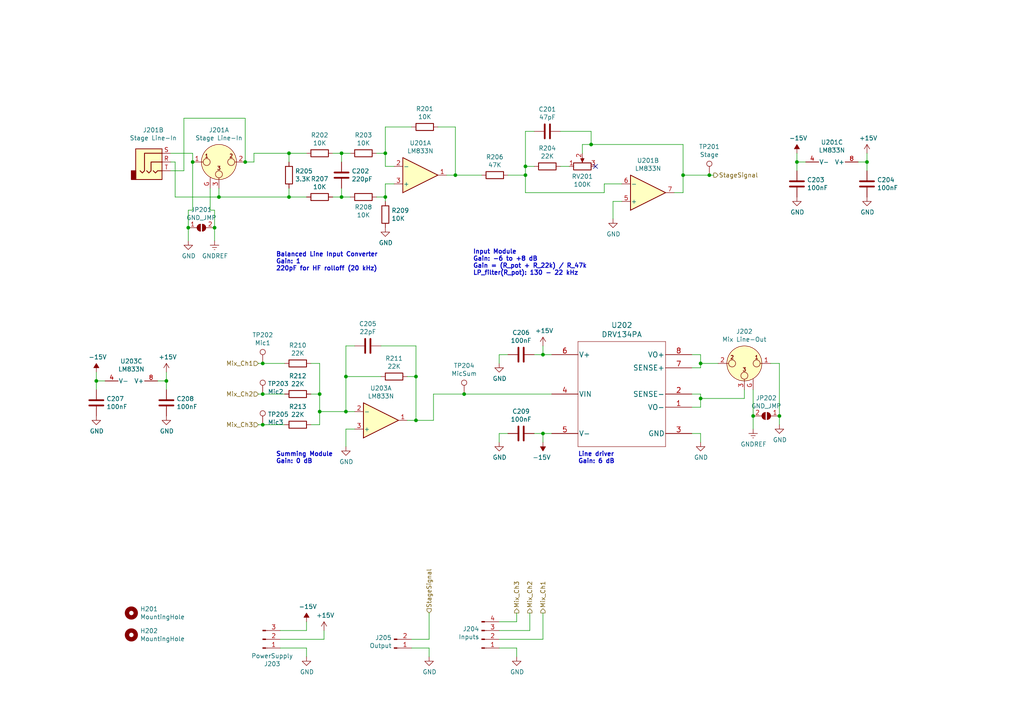
<source format=kicad_sch>
(kicad_sch (version 20211123) (generator eeschema)
  (paper "A4")
  (title_block (title "c3lingo interpeter unit -- mix and line I/O") (date "2021-09-02") (rev "v0.2.1") (company "Jannik Beyerstedt (jtbx)") (comment 1 "Prototype 1 (with errata)"))
  (lib_symbols
    (symbol "Amplifier_Operational:LM358" (pin_names (offset 0.127))
      (property "Reference" "U" (at 0 5.08 0))
      (property "Value" "LM358" (at 0 -5.08 0))
      (symbol "LM358_1_1"
        (polyline (pts (xy -5.08 5.08) (xy 5.08 0) (xy -5.08 -5.08) (xy -5.08 5.08)) (stroke (width 0.254)) (fill (type background)))
        (pin output line (at 7.62 0 180) (length 2.54) (name "~") (number "1"))
        (pin input line (at -7.62 -2.54 0) (length 2.54) (name "-") (number "2"))
        (pin input line (at -7.62 2.54 0) (length 2.54) (name "+") (number "3"))
      )
      (symbol "LM358_2_1"
        (polyline (pts (xy -5.08 5.08) (xy 5.08 0) (xy -5.08 -5.08) (xy -5.08 5.08)) (stroke (width 0.254)) (fill (type background)))
        (pin input line (at -7.62 2.54 0) (length 2.54) (name "+") (number "5"))
        (pin input line (at -7.62 -2.54 0) (length 2.54) (name "-") (number "6"))
        (pin output line (at 7.62 0 180) (length 2.54) (name "~") (number "7"))
      )
      (symbol "LM358_3_1"
        (pin power_in line (at -2.54 -7.62 90) (length 3.81) (name "V-") (number "4"))
        (pin power_in line (at -2.54 7.62 270) (length 3.81) (name "V+") (number "8"))
      )
    )
    (symbol "Connector:Conn_01x02_Male" (pin_names (offset 1.016) hide)
      (property "Reference" "J" (at 0 2.54 0))
      (property "Value" "Conn_01x02_Male" (at 0 -5.08 0))
      (symbol "Conn_01x02_Male_1_1"
        (polyline (pts (xy 1.27 -2.54) (xy 0.8636 -2.54)) (stroke (width 0.1524)))
        (polyline (pts (xy 1.27 0) (xy 0.8636 0)) (stroke (width 0.1524)))
        (rectangle (start 0.8636 -2.413) (end 0 -2.667) (stroke (width 0.1524)) (fill (type outline)))
        (rectangle (start 0.8636 0.127) (end 0 -0.127) (stroke (width 0.1524)) (fill (type outline)))
        (pin passive line (at 5.08 0 180) (length 3.81) (name "Pin_1") (number "1"))
        (pin passive line (at 5.08 -2.54 180) (length 3.81) (name "Pin_2") (number "2"))
      )
    )
    (symbol "Connector:Conn_01x03_Male" (pin_names (offset 1.016) hide)
      (property "Reference" "J" (at 0 5.08 0))
      (property "Value" "Conn_01x03_Male" (at 0 -5.08 0))
      (symbol "Conn_01x03_Male_1_1"
        (polyline (pts (xy 1.27 -2.54) (xy 0.8636 -2.54)) (stroke (width 0.1524)))
        (polyline (pts (xy 1.27 0) (xy 0.8636 0)) (stroke (width 0.1524)))
        (polyline (pts (xy 1.27 2.54) (xy 0.8636 2.54)) (stroke (width 0.1524)))
        (rectangle (start 0.8636 -2.413) (end 0 -2.667) (stroke (width 0.1524)) (fill (type outline)))
        (rectangle (start 0.8636 0.127) (end 0 -0.127) (stroke (width 0.1524)) (fill (type outline)))
        (rectangle (start 0.8636 2.667) (end 0 2.413) (stroke (width 0.1524)) (fill (type outline)))
        (pin passive line (at 5.08 2.54 180) (length 3.81) (name "Pin_1") (number "1"))
        (pin passive line (at 5.08 0 180) (length 3.81) (name "Pin_2") (number "2"))
        (pin passive line (at 5.08 -2.54 180) (length 3.81) (name "Pin_3") (number "3"))
      )
    )
    (symbol "Connector:Conn_01x04_Male" (pin_names (offset 1.016) hide)
      (property "Reference" "J" (at 0 5.08 0))
      (property "Value" "Conn_01x04_Male" (at 0 -7.62 0))
      (symbol "Conn_01x04_Male_1_1"
        (polyline (pts (xy 1.27 -5.08) (xy 0.8636 -5.08)) (stroke (width 0.1524)))
        (polyline (pts (xy 1.27 -2.54) (xy 0.8636 -2.54)) (stroke (width 0.1524)))
        (polyline (pts (xy 1.27 0) (xy 0.8636 0)) (stroke (width 0.1524)))
        (polyline (pts (xy 1.27 2.54) (xy 0.8636 2.54)) (stroke (width 0.1524)))
        (rectangle (start 0.8636 -4.953) (end 0 -5.207) (stroke (width 0.1524)) (fill (type outline)))
        (rectangle (start 0.8636 -2.413) (end 0 -2.667) (stroke (width 0.1524)) (fill (type outline)))
        (rectangle (start 0.8636 0.127) (end 0 -0.127) (stroke (width 0.1524)) (fill (type outline)))
        (rectangle (start 0.8636 2.667) (end 0 2.413) (stroke (width 0.1524)) (fill (type outline)))
        (pin passive line (at 5.08 2.54 180) (length 3.81) (name "Pin_1") (number "1"))
        (pin passive line (at 5.08 0 180) (length 3.81) (name "Pin_2") (number "2"))
        (pin passive line (at 5.08 -2.54 180) (length 3.81) (name "Pin_3") (number "3"))
        (pin passive line (at 5.08 -5.08 180) (length 3.81) (name "Pin_4") (number "4"))
      )
    )
    (symbol "Connector:TestPoint" (pin_numbers hide) (pin_names (offset 0.762) hide)
      (property "Reference" "TP" (at 0 6.858 0))
      (property "Value" "TestPoint" (at 0 5.08 0))
      (symbol "TestPoint_0_1"
        (circle (center 0 3.302) (radius 0.762))
      )
      (symbol "TestPoint_1_1"
        (pin passive line (at 0 0 90) (length 2.54) (name "1") (number "1"))
      )
    )
    (symbol "Connector:XLR3_AudioJack3_Combo_Ground" (pin_names hide)
      (property "Reference" "J" (at 0 10.16 0))
      (property "Value" "XLR3_AudioJack3_Combo_Ground" (at 0 7.62 0))
      (symbol "XLR3_AudioJack3_Combo_Ground_1_1"
        (circle (center -3.556 0) (radius 1.016))
        (circle (center 0 -3.556) (radius 1.016))
        (polyline (pts (xy -5.08 0) (xy -4.572 0)))
        (polyline (pts (xy -2.54 -5.08) (xy -2.54 -4.445)))
        (polyline (pts (xy 0 -5.08) (xy 0 -4.572)))
        (polyline (pts (xy 5.08 0) (xy 4.572 0)))
        (circle (center 0 0) (radius 5.08) (fill (type background)))
        (circle (center 3.556 0) (radius 1.016))
        (text "1" (at -3.556 1.778 0) (effects (font (size 1.016 1.016) bold)))
        (text "2" (at 3.556 1.778 0) (effects (font (size 1.016 1.016) bold)))
        (text "3" (at 0 -1.778 0) (effects (font (size 1.016 1.016) bold)))
        (pin passive line (at -7.62 0 0) (length 2.54) (name "~") (number "1"))
        (pin passive line (at 7.62 0 180) (length 2.54) (name "~") (number "2"))
        (pin passive line (at 0 -7.62 90) (length 2.54) (name "~") (number "3"))
        (pin passive line (at -2.54 -7.62 90) (length 2.54) (name "~") (number "G"))
      )
      (symbol "XLR3_AudioJack3_Combo_Ground_2_1"
        (rectangle (start -5.08 -2.54) (end -6.35 -5.08) (stroke (width 0.254)) (fill (type outline)))
        (polyline (pts (xy 0 -2.54) (xy 0.635 -3.175) (xy 1.27 -2.54) (xy 2.54 -2.54)) (stroke (width 0.254)))
        (polyline (pts (xy -1.905 -2.54) (xy -1.27 -3.175) (xy -0.635 -2.54) (xy -0.635 0) (xy 2.54 0)) (stroke (width 0.254)))
        (polyline (pts (xy 2.54 2.54) (xy -2.54 2.54) (xy -2.54 -2.54) (xy -3.175 -3.175) (xy -3.81 -2.54)) (stroke (width 0.254)))
        (rectangle (start 2.54 3.81) (end -5.08 -5.08) (stroke (width 0.254)) (fill (type background)))
        (pin passive line (at 5.08 0 180) (length 2.54) (name "~") (number "R"))
        (pin passive line (at 5.08 2.54 180) (length 2.54) (name "~") (number "S"))
        (pin passive line (at 5.08 -2.54 180) (length 2.54) (name "~") (number "T"))
      )
    )
    (symbol "Connector:XLR3_Ground" (pin_names hide)
      (property "Reference" "J" (at 0 8.89 0))
      (property "Value" "XLR3_Ground" (at 0 6.35 0))
      (symbol "XLR3_Ground_0_1"
        (circle (center -3.556 0) (radius 1.016))
        (circle (center 0 -3.556) (radius 1.016))
        (polyline (pts (xy -5.08 0) (xy -4.572 0)))
        (polyline (pts (xy -2.54 -5.08) (xy -2.54 -4.445)))
        (polyline (pts (xy 0 -5.08) (xy 0 -4.572)))
        (polyline (pts (xy 5.08 0) (xy 4.572 0)))
        (circle (center 0 0) (radius 5.08) (fill (type background)))
        (circle (center 3.556 0) (radius 1.016))
        (text "1" (at -3.556 1.778 0) (effects (font (size 1.016 1.016) bold)))
        (text "2" (at 3.556 1.778 0) (effects (font (size 1.016 1.016) bold)))
        (text "3" (at 0 -1.778 0) (effects (font (size 1.016 1.016) bold)))
        (pin passive line (at -7.62 0 0) (length 2.54) (name "~") (number "1"))
        (pin passive line (at 7.62 0 180) (length 2.54) (name "~") (number "2"))
        (pin passive line (at 0 -7.62 90) (length 2.54) (name "~") (number "3"))
      )
      (symbol "XLR3_Ground_1_1"
        (pin passive line (at -2.54 -7.62 90) (length 2.54) (name "~") (number "G"))
      )
    )
    (symbol "Device:C" (pin_numbers hide) (pin_names (offset 0.254))
      (property "Reference" "C" (at 0.635 2.54 0))
      (property "Value" "C" (at 0.635 -2.54 0))
      (symbol "C_0_1"
        (polyline (pts (xy -2.032 -0.762) (xy 2.032 -0.762)) (stroke (width 0.508)))
        (polyline (pts (xy -2.032 0.762) (xy 2.032 0.762)) (stroke (width 0.508)))
      )
      (symbol "C_1_1"
        (pin passive line (at 0 3.81 270) (length 2.794) (name "~") (number "1"))
        (pin passive line (at 0 -3.81 90) (length 2.794) (name "~") (number "2"))
      )
    )
    (symbol "Device:R" (pin_numbers hide) (pin_names (offset 0))
      (property "Reference" "R" (at 2.032 0 90))
      (property "Value" "R" (at 0 0 90))
      (symbol "R_0_1"
        (rectangle (start -1.016 -2.54) (end 1.016 2.54) (stroke (width 0.254)))
      )
      (symbol "R_1_1"
        (pin passive line (at 0 3.81 270) (length 1.27) (name "~") (number "1"))
        (pin passive line (at 0 -3.81 90) (length 1.27) (name "~") (number "2"))
      )
    )
    (symbol "Device:R_Potentiometer" (pin_names (offset 1.016) hide)
      (property "Reference" "RV" (at -4.445 0 90))
      (property "Value" "R_Potentiometer" (at -2.54 0 90))
      (symbol "R_Potentiometer_0_1"
        (polyline (pts (xy 2.54 0) (xy 1.524 0)))
        (polyline (pts (xy 1.143 0) (xy 2.286 0.508) (xy 2.286 -0.508) (xy 1.143 0)) (fill (type outline)))
        (rectangle (start 1.016 2.54) (end -1.016 -2.54) (stroke (width 0.254)))
      )
      (symbol "R_Potentiometer_1_1"
        (pin passive line (at 0 3.81 270) (length 1.27) (name "1") (number "1"))
        (pin passive line (at 3.81 0 180) (length 1.27) (name "2") (number "2"))
        (pin passive line (at 0 -3.81 90) (length 1.27) (name "3") (number "3"))
      )
    )
    (symbol "JBeyerstedt-Library:DRV134PA" (pin_names (offset 0.254))
      (property "Reference" "U" (at 20.32 12.7 0))
      (property "Value" "DRV134PA" (at 20.32 10.16 0))
      (symbol "DRV134PA_1_1"
        (polyline (pts (xy 7.62 -22.86) (xy 33.02 -22.86)) (stroke (width 0.127)))
        (polyline (pts (xy 7.62 7.62) (xy 7.62 -22.86)) (stroke (width 0.127)))
        (polyline (pts (xy 33.02 -22.86) (xy 33.02 7.62)) (stroke (width 0.127)))
        (polyline (pts (xy 33.02 7.62) (xy 7.62 7.62)) (stroke (width 0.127)))
        (pin output line (at 40.64 -11.43 180) (length 7.62) (name "VO-") (number "1"))
        (pin input line (at 40.64 -7.62 180) (length 7.62) (name "SENSE-") (number "2"))
        (pin power_in line (at 40.64 -19.05 180) (length 7.62) (name "GND") (number "3"))
        (pin input line (at 0 -7.62 0) (length 7.62) (name "VIN") (number "4"))
        (pin power_in line (at 0 -19.05 0) (length 7.62) (name "V-") (number "5"))
        (pin power_in line (at 0 3.81 0) (length 7.62) (name "V+") (number "6"))
        (pin input line (at 40.64 0 180) (length 7.62) (name "SENSE+") (number "7"))
        (pin output line (at 40.64 3.81 180) (length 7.62) (name "VO+") (number "8"))
      )
    )
    (symbol "Jumper:SolderJumper_2_Open" (pin_names (offset 0) hide)
      (property "Reference" "JP" (at 0 2.032 0))
      (property "Value" "SolderJumper_2_Open" (at 0 -2.54 0))
      (symbol "SolderJumper_2_Open_0_1"
        (arc (start -0.254 1.016) (mid -1.27 0) (end -0.254 -1.016))
        (arc (start -0.254 1.016) (mid -1.27 0) (end -0.254 -1.016) (fill (type outline)))
        (polyline (pts (xy -0.254 1.016) (xy -0.254 -1.016)))
        (polyline (pts (xy 0.254 1.016) (xy 0.254 -1.016)))
        (arc (start 0.254 -1.016) (mid 1.27 0) (end 0.254 1.016))
        (arc (start 0.254 -1.016) (mid 1.27 0) (end 0.254 1.016) (fill (type outline)))
      )
      (symbol "SolderJumper_2_Open_1_1"
        (pin passive line (at -3.81 0 0) (length 2.54) (name "A") (number "1"))
        (pin passive line (at 3.81 0 180) (length 2.54) (name "B") (number "2"))
      )
    )
    (symbol "Mechanical:MountingHole" (pin_names (offset 1.016))
      (property "Reference" "H" (at 0 5.08 0))
      (property "Value" "MountingHole" (at 0 3.175 0))
      (symbol "MountingHole_0_1"
        (circle (center 0 0) (radius 1.27) (stroke (width 1.27)))
      )
    )
    (symbol "power:+15V" (power) (pin_names (offset 0))
      (property "Value" "+15V" (at 0 3.556 0))
      (symbol "+15V_0_1"
        (polyline (pts (xy -0.762 1.27) (xy 0 2.54)))
        (polyline (pts (xy 0 0) (xy 0 2.54)))
        (polyline (pts (xy 0 2.54) (xy 0.762 1.27)))
      )
      (symbol "+15V_1_1"
        (pin power_in line (at 0 0 90) (length 0) hide (name "+15V") (number "1"))
      )
    )
    (symbol "power:-15V" (power) (pin_names (offset 0))
      (property "Value" "-15V" (at 0 3.81 0))
      (symbol "-15V_0_0"
        (pin power_in line (at 0 0 90) (length 0) hide (name "-15V") (number "1"))
      )
      (symbol "-15V_0_1"
        (polyline (pts (xy 0 0) (xy 0 1.27) (xy 0.762 1.27) (xy 0 2.54) (xy -0.762 1.27) (xy 0 1.27)) (fill (type outline)))
      )
    )
    (symbol "power:GND" (power) (pin_names (offset 0))
      (property "Value" "GND" (at 0 -3.81 0))
      (symbol "GND_0_1"
        (polyline (pts (xy 0 0) (xy 0 -1.27) (xy 1.27 -1.27) (xy 0 -2.54) (xy -1.27 -1.27) (xy 0 -1.27)))
      )
      (symbol "GND_1_1"
        (pin power_in line (at 0 0 270) (length 0) hide (name "GND") (number "1"))
      )
    )
    (symbol "power:GNDREF" (power) (pin_names (offset 0))
      (property "Value" "GNDREF" (at 0 -3.81 0))
      (symbol "GNDREF_0_1"
        (polyline (pts (xy -0.635 -1.905) (xy 0.635 -1.905)))
        (polyline (pts (xy -0.127 -2.54) (xy 0.127 -2.54)))
        (polyline (pts (xy 0 -1.27) (xy 0 0)))
        (polyline (pts (xy 1.27 -1.27) (xy -1.27 -1.27)))
      )
      (symbol "GNDREF_1_1"
        (pin power_in line (at 0 0 270) (length 0) hide (name "GNDREF") (number "1"))
      )
    )
  )
  (junction (at 120.65 109.22))
  (junction (at 76.2 114.3))
  (junction (at 226.06 120.65))
  (junction (at 231.14 46.99))
  (junction (at 198.12 50.8))
  (junction (at 111.76 44.45))
  (junction (at 152.4 50.8))
  (junction (at 132.08 50.8))
  (junction (at 27.94 110.49))
  (junction (at 100.33 109.22))
  (junction (at 157.48 102.87))
  (junction (at 251.46 46.99))
  (junction (at 205.74 50.8))
  (junction (at 62.23 66.04))
  (junction (at 171.45 41.91))
  (junction (at 134.62 114.3))
  (junction (at 83.82 57.15))
  (junction (at 120.65 121.92))
  (junction (at 111.76 57.15))
  (junction (at 92.71 119.38))
  (junction (at 55.88 46.99))
  (junction (at 83.82 44.45))
  (junction (at 71.12 46.99))
  (junction (at 203.2 105.41))
  (junction (at 54.61 66.04))
  (junction (at 92.71 114.3))
  (junction (at 218.44 120.65))
  (junction (at 100.33 119.38))
  (junction (at 203.2 115.57))
  (junction (at 76.2 105.41))
  (junction (at 152.4 48.26))
  (junction (at 76.2 123.19))
  (junction (at 48.26 110.49))
  (junction (at 99.06 57.15))
  (junction (at 99.06 44.45))
  (junction (at 157.48 125.73))
  (junction (at 63.5 57.15))
  (no_connect (at 172.72 48.26))
  (wire (pts (xy 198.12 50.8) (xy 205.74 50.8)))
  (wire (pts (xy 27.94 110.49) (xy 30.48 110.49)))
  (wire (pts (xy 203.2 102.87) (xy 200.66 102.87)))
  (wire (pts (xy 144.78 185.42) (xy 157.48 185.42)))
  (wire (pts (xy 74.93 123.19) (xy 76.2 123.19)))
  (wire (pts (xy 92.71 105.41) (xy 92.71 114.3)))
  (wire (pts (xy 223.52 105.41) (xy 226.06 105.41)))
  (wire (pts (xy 144.78 105.41) (xy 144.78 102.87)))
  (wire (pts (xy 111.76 48.26) (xy 114.3 48.26)))
  (wire (pts (xy 99.06 57.15) (xy 101.6 57.15)))
  (wire (pts (xy 50.8 57.15) (xy 50.8 46.99)))
  (wire (pts (xy 157.48 102.87) (xy 160.02 102.87)))
  (wire (pts (xy 203.2 115.57) (xy 203.2 118.11)))
  (wire (pts (xy 50.8 57.15) (xy 63.5 57.15)))
  (wire (pts (xy 157.48 185.42) (xy 157.48 177.8)))
  (wire (pts (xy 45.72 110.49) (xy 48.26 110.49)))
  (wire (pts (xy 152.4 48.26) (xy 152.4 50.8)))
  (wire (pts (xy 168.91 41.91) (xy 171.45 41.91)))
  (wire (pts (xy 231.14 44.45) (xy 231.14 46.99)))
  (wire (pts (xy 144.78 182.88) (xy 153.67 182.88)))
  (wire (pts (xy 168.91 44.45) (xy 168.91 41.91)))
  (wire (pts (xy 218.44 113.03) (xy 218.44 120.65)))
  (wire (pts (xy 132.08 50.8) (xy 129.54 50.8)))
  (wire (pts (xy 153.67 182.88) (xy 153.67 177.8)))
  (wire (pts (xy 53.34 34.29) (xy 71.12 34.29)))
  (wire (pts (xy 152.4 48.26) (xy 152.4 38.1)))
  (wire (pts (xy 60.96 60.96) (xy 62.23 60.96)))
  (wire (pts (xy 205.74 50.8) (xy 207.01 50.8)))
  (wire (pts (xy 200.66 125.73) (xy 203.2 125.73)))
  (wire (pts (xy 157.48 125.73) (xy 160.02 125.73)))
  (wire (pts (xy 49.53 44.45) (xy 55.88 44.45)))
  (wire (pts (xy 154.94 125.73) (xy 157.48 125.73)))
  (wire (pts (xy 154.94 102.87) (xy 157.48 102.87)))
  (wire (pts (xy 111.76 36.83) (xy 119.38 36.83)))
  (wire (pts (xy 74.93 105.41) (xy 76.2 105.41)))
  (wire (pts (xy 152.4 55.88) (xy 175.26 55.88)))
  (wire (pts (xy 83.82 57.15) (xy 88.9 57.15)))
  (wire (pts (xy 231.14 46.99) (xy 233.68 46.99)))
  (wire (pts (xy 152.4 50.8) (xy 152.4 55.88)))
  (wire (pts (xy 200.66 106.68) (xy 203.2 106.68)))
  (wire (pts (xy 73.66 44.45) (xy 73.66 46.99)))
  (wire (pts (xy 144.78 187.96) (xy 149.86 187.96)))
  (wire (pts (xy 100.33 109.22) (xy 110.49 109.22)))
  (wire (pts (xy 92.71 114.3) (xy 92.71 119.38)))
  (wire (pts (xy 99.06 44.45) (xy 101.6 44.45)))
  (wire (pts (xy 100.33 100.33) (xy 102.87 100.33)))
  (wire (pts (xy 93.98 185.42) (xy 93.98 182.88)))
  (wire (pts (xy 83.82 44.45) (xy 83.82 46.99)))
  (wire (pts (xy 175.26 53.34) (xy 180.34 53.34)))
  (wire (pts (xy 198.12 55.88) (xy 195.58 55.88)))
  (wire (pts (xy 102.87 119.38) (xy 100.33 119.38)))
  (wire (pts (xy 71.12 46.99) (xy 73.66 46.99)))
  (wire (pts (xy 171.45 41.91) (xy 198.12 41.91)))
  (wire (pts (xy 144.78 180.34) (xy 149.86 180.34)))
  (wire (pts (xy 119.38 187.96) (xy 124.46 187.96)))
  (wire (pts (xy 119.38 185.42) (xy 124.46 185.42)))
  (wire (pts (xy 147.32 50.8) (xy 152.4 50.8)))
  (wire (pts (xy 111.76 53.34) (xy 111.76 57.15)))
  (wire (pts (xy 76.2 105.41) (xy 82.55 105.41)))
  (wire (pts (xy 111.76 44.45) (xy 111.76 36.83)))
  (wire (pts (xy 226.06 105.41) (xy 226.06 120.65)))
  (wire (pts (xy 132.08 50.8) (xy 139.7 50.8)))
  (wire (pts (xy 63.5 57.15) (xy 83.82 57.15)))
  (wire (pts (xy 203.2 118.11) (xy 200.66 118.11)))
  (wire (pts (xy 134.62 114.3) (xy 160.02 114.3)))
  (wire (pts (xy 88.9 187.96) (xy 88.9 190.5)))
  (wire (pts (xy 109.22 57.15) (xy 111.76 57.15)))
  (wire (pts (xy 125.73 114.3) (xy 125.73 121.92)))
  (wire (pts (xy 251.46 46.99) (xy 251.46 49.53)))
  (wire (pts (xy 198.12 50.8) (xy 198.12 55.88)))
  (wire (pts (xy 147.32 125.73) (xy 144.78 125.73)))
  (wire (pts (xy 120.65 100.33) (xy 110.49 100.33)))
  (wire (pts (xy 76.2 123.19) (xy 82.55 123.19)))
  (wire (pts (xy 171.45 38.1) (xy 162.56 38.1)))
  (wire (pts (xy 49.53 49.53) (xy 53.34 49.53)))
  (wire (pts (xy 48.26 110.49) (xy 48.26 107.95)))
  (wire (pts (xy 120.65 121.92) (xy 125.73 121.92)))
  (wire (pts (xy 157.48 100.33) (xy 157.48 102.87)))
  (wire (pts (xy 251.46 46.99) (xy 251.46 44.45)))
  (wire (pts (xy 200.66 114.3) (xy 203.2 114.3)))
  (wire (pts (xy 74.93 114.3) (xy 76.2 114.3)))
  (wire (pts (xy 92.71 114.3) (xy 90.17 114.3)))
  (wire (pts (xy 54.61 66.04) (xy 54.61 69.85)))
  (wire (pts (xy 60.96 54.61) (xy 60.96 60.96)))
  (wire (pts (xy 99.06 44.45) (xy 99.06 46.99)))
  (wire (pts (xy 203.2 125.73) (xy 203.2 128.27)))
  (wire (pts (xy 177.8 58.42) (xy 177.8 63.5)))
  (wire (pts (xy 180.34 58.42) (xy 177.8 58.42)))
  (wire (pts (xy 100.33 124.46) (xy 100.33 129.54)))
  (wire (pts (xy 149.86 187.96) (xy 149.86 190.5)))
  (wire (pts (xy 81.28 182.88) (xy 88.9 182.88)))
  (wire (pts (xy 111.76 57.15) (xy 111.76 58.42)))
  (wire (pts (xy 203.2 115.57) (xy 215.9 115.57)))
  (wire (pts (xy 226.06 120.65) (xy 226.06 123.19)))
  (wire (pts (xy 215.9 115.57) (xy 215.9 113.03)))
  (wire (pts (xy 203.2 106.68) (xy 203.2 105.41)))
  (wire (pts (xy 124.46 187.96) (xy 124.46 190.5)))
  (wire (pts (xy 76.2 114.3) (xy 82.55 114.3)))
  (wire (pts (xy 120.65 121.92) (xy 118.11 121.92)))
  (wire (pts (xy 162.56 48.26) (xy 165.1 48.26)))
  (wire (pts (xy 203.2 105.41) (xy 203.2 102.87)))
  (wire (pts (xy 55.88 44.45) (xy 55.88 46.99)))
  (wire (pts (xy 48.26 110.49) (xy 48.26 113.03)))
  (wire (pts (xy 73.66 44.45) (xy 83.82 44.45)))
  (wire (pts (xy 27.94 110.49) (xy 27.94 113.03)))
  (wire (pts (xy 54.61 60.96) (xy 54.61 66.04)))
  (wire (pts (xy 83.82 54.61) (xy 83.82 57.15)))
  (wire (pts (xy 120.65 109.22) (xy 120.65 100.33)))
  (wire (pts (xy 62.23 66.04) (xy 62.23 69.85)))
  (wire (pts (xy 83.82 44.45) (xy 88.9 44.45)))
  (wire (pts (xy 118.11 109.22) (xy 120.65 109.22)))
  (wire (pts (xy 144.78 102.87) (xy 147.32 102.87)))
  (wire (pts (xy 125.73 114.3) (xy 134.62 114.3)))
  (wire (pts (xy 144.78 125.73) (xy 144.78 128.27)))
  (wire (pts (xy 100.33 119.38) (xy 100.33 109.22)))
  (wire (pts (xy 120.65 109.22) (xy 120.65 121.92)))
  (wire (pts (xy 175.26 53.34) (xy 175.26 55.88)))
  (wire (pts (xy 96.52 57.15) (xy 99.06 57.15)))
  (wire (pts (xy 111.76 53.34) (xy 114.3 53.34)))
  (wire (pts (xy 96.52 44.45) (xy 99.06 44.45)))
  (wire (pts (xy 171.45 41.91) (xy 171.45 38.1)))
  (wire (pts (xy 248.92 46.99) (xy 251.46 46.99)))
  (wire (pts (xy 90.17 105.41) (xy 92.71 105.41)))
  (wire (pts (xy 53.34 49.53) (xy 53.34 34.29)))
  (wire (pts (xy 218.44 120.65) (xy 218.44 124.46)))
  (wire (pts (xy 55.88 46.99) (xy 55.88 60.96)))
  (wire (pts (xy 124.46 185.42) (xy 124.46 177.8)))
  (wire (pts (xy 92.71 123.19) (xy 90.17 123.19)))
  (wire (pts (xy 127 36.83) (xy 132.08 36.83)))
  (wire (pts (xy 102.87 124.46) (xy 100.33 124.46)))
  (wire (pts (xy 132.08 36.83) (xy 132.08 50.8)))
  (wire (pts (xy 149.86 180.34) (xy 149.86 177.8)))
  (wire (pts (xy 152.4 38.1) (xy 154.94 38.1)))
  (wire (pts (xy 109.22 44.45) (xy 111.76 44.45)))
  (wire (pts (xy 198.12 41.91) (xy 198.12 50.8)))
  (wire (pts (xy 99.06 57.15) (xy 99.06 54.61)))
  (wire (pts (xy 63.5 54.61) (xy 63.5 57.15)))
  (wire (pts (xy 157.48 125.73) (xy 157.48 128.27)))
  (wire (pts (xy 55.88 60.96) (xy 54.61 60.96)))
  (wire (pts (xy 88.9 182.88) (xy 88.9 180.34)))
  (wire (pts (xy 81.28 185.42) (xy 93.98 185.42)))
  (wire (pts (xy 152.4 48.26) (xy 154.94 48.26)))
  (wire (pts (xy 62.23 60.96) (xy 62.23 66.04)))
  (wire (pts (xy 208.28 105.41) (xy 203.2 105.41)))
  (wire (pts (xy 92.71 119.38) (xy 92.71 123.19)))
  (wire (pts (xy 111.76 44.45) (xy 111.76 48.26)))
  (wire (pts (xy 27.94 107.95) (xy 27.94 110.49)))
  (wire (pts (xy 203.2 114.3) (xy 203.2 115.57)))
  (wire (pts (xy 100.33 109.22) (xy 100.33 100.33)))
  (wire (pts (xy 50.8 46.99) (xy 49.53 46.99)))
  (wire (pts (xy 81.28 187.96) (xy 88.9 187.96)))
  (wire (pts (xy 92.71 119.38) (xy 100.33 119.38)))
  (wire (pts (xy 231.14 46.99) (xy 231.14 49.53)))
  (wire (pts (xy 71.12 34.29) (xy 71.12 46.99)))
  (text "Input Module\nGain: -6 to +8 dB\nGain = (R_pot + R_22k) / R_47k\nLP_filter(R_pot): 130 - 22 kHz" (at 137.16 80.01 0) (effects (font (size 1.27 1.27) (thickness 0.254) bold) (justify left bottom)))
  (text "Line driver\nGain: 6 dB" (at 167.64 134.62 0) (effects (font (size 1.27 1.27) (thickness 0.254) bold) (justify left bottom)))
  (text "Balanced Line Input Converter\nGain: 1\n220pF for HF rolloff (20 kHz)" (at 80.01 78.74 0) (effects (font (size 1.27 1.27) (thickness 0.254) bold) (justify left bottom)))
  (text "Summing Module\nGain: 0 dB" (at 80.01 134.62 0) (effects (font (size 1.27 1.27) (thickness 0.254) bold) (justify left bottom)))
  (hierarchical_label "StageSignal" (shape input) (at 124.46 177.8 90))
  (hierarchical_label "Mix_Ch2" (shape output) (at 153.67 177.8 90))
  (hierarchical_label "StageSignal" (shape output) (at 207.01 50.8 0))
  (hierarchical_label "Mix_Ch2" (shape input) (at 74.93 114.3 180))
  (hierarchical_label "Mix_Ch3" (shape input) (at 74.93 123.19 180))
  (hierarchical_label "Mix_Ch1" (shape output) (at 157.48 177.8 90))
  (hierarchical_label "Mix_Ch1" (shape input) (at 74.93 105.41 180))
  (hierarchical_label "Mix_Ch3" (shape output) (at 149.86 177.8 90))
  (symbol (lib_id "Amplifier_Operational:LM358") (at 121.92 50.8 0) (mirror x) (unit 1)
    (property "Reference" "U201" (at 121.92 41.4782 0))
    (property "Value" "LM833N" (at 121.92 43.7896 0))
    (property "Footprint" "Package_DIP:DIP-8_W7.62mm_Socket_LongPads" (effects hide))
    (property "Datasheet" "https://www.ti.com/lit/ds/symlink/lm833.pdf" (effects hide))
    (property "Model" "+DIP-8 Socket" (effects hide))
  )
  (symbol (lib_id "Connector:XLR3_AudioJack3_Combo_Ground") (at 63.5 46.99 0) (unit 1)
    (property "Reference" "J201" (at 63.5 37.719 0))
    (property "Value" "Stage Line-In" (at 63.5 40.0304 0))
    (property "Footprint" "Connector_Audio:Jack_XLR-6.35mm_Neutrik_NCJ6FA-H_Horizontal" (effects hide))
    (property "Datasheet" "https://www.neutrik.com/media/8443/download/ncj6fah-2.pdf" (effects hide))
    (property "Model" "NCJ6FA-H (Horiz. Combo Jack)" (effects hide))
  )
  (symbol (lib_id "Connector:XLR3_AudioJack3_Combo_Ground") (at 44.45 46.99 0) (unit 2)
    (property "Reference" "J201" (at 44.45 37.719 0))
    (property "Value" "Stage Line-In" (at 44.45 40.0304 0))
    (property "Footprint" "Connector_Audio:Jack_XLR-6.35mm_Neutrik_NCJ6FA-H_Horizontal" (effects hide))
    (property "Datasheet" "https://www.neutrik.com/media/8443/download/ncj6fah-2.pdf" (effects hide))
    (property "Model" "Combo XLR + 6.3 mm Jack" (effects hide))
  )
  (symbol (lib_id "Connector:XLR3_Ground") (at 215.9 105.41 0) (mirror y) (unit 1)
    (property "Reference" "J202" (at 215.9 96.139 0))
    (property "Value" "Mix Line-Out" (at 215.9 98.4504 0))
    (property "Footprint" "Connector_Audio:Jack_XLR_Neutrik_NC3MAAH_Horizontal" (effects hide))
    (property "Datasheet" "https://www.neutrik.com/media/8341/download/nc3maah-1.pdf" (effects hide))
    (property "Model" "NC3MAAH (Horiz. XLR Male)" (effects hide))
  )
  (symbol (lib_id "power:GND") (at 54.61 69.85 0) (unit 1)
    (property "Reference" "#PWR0207" (effects hide))
    (property "Value" "GND" (at 54.737 74.2442 0))
  )
  (symbol (lib_id "Amplifier_Operational:LM358") (at 187.96 55.88 0) (mirror x) (unit 2)
    (property "Reference" "U201" (at 187.96 46.5582 0))
    (property "Value" "LM833N" (at 187.96 48.8696 0))
    (property "Footprint" "Package_DIP:DIP-8_W7.62mm_Socket_LongPads" (effects hide))
    (property "Datasheet" "https://www.ti.com/lit/ds/symlink/lm833.pdf" (effects hide))
    (property "Model" "+DIP-8 Socket" (effects hide))
  )
  (symbol (lib_id "Amplifier_Operational:LM358") (at 241.3 49.53 270) (unit 3)
    (property "Reference" "U201" (at 241.3 41.275 90))
    (property "Value" "LM833N" (at 241.3 43.5864 90))
    (property "Footprint" "Package_DIP:DIP-8_W7.62mm_Socket_LongPads" (effects hide))
    (property "Datasheet" "https://www.ti.com/lit/ds/symlink/lm833.pdf" (effects hide))
    (property "Model" "+DIP-8 Socket" (effects hide))
  )
  (symbol (lib_id "power:GND") (at 251.46 57.15 0) (unit 1)
    (property "Reference" "#PWR0204" (effects hide))
    (property "Value" "GND" (at 251.587 61.5442 0))
  )
  (symbol (lib_id "power:GND") (at 231.14 57.15 0) (unit 1)
    (property "Reference" "#PWR0203" (effects hide))
    (property "Value" "GND" (at 231.267 61.5442 0))
  )
  (symbol (lib_id "power:-15V") (at 231.14 44.45 0) (unit 1)
    (property "Reference" "#PWR0201" (effects hide))
    (property "Value" "-15V" (at 231.521 40.0558 0))
  )
  (symbol (lib_id "power:+15V") (at 251.46 44.45 0) (unit 1)
    (property "Reference" "#PWR0202" (effects hide))
    (property "Value" "+15V" (at 251.841 40.0558 0))
  )
  (symbol (lib_id "Device:C") (at 231.14 53.34 180) (unit 1)
    (property "Reference" "C203" (at 234.061 52.1716 0) (effects (justify right)))
    (property "Value" "100nF" (at 234.061 54.483 0) (effects (justify right)))
    (property "Footprint" "Capacitor_THT:C_Disc_D5.0mm_W2.5mm_P5.00mm" (effects hide))
  )
  (symbol (lib_id "Device:C") (at 251.46 53.34 180) (unit 1)
    (property "Reference" "C204" (at 254.381 52.1716 0) (effects (justify right)))
    (property "Value" "100nF" (at 254.381 54.483 0) (effects (justify right)))
    (property "Footprint" "Capacitor_THT:C_Disc_D5.0mm_W2.5mm_P5.00mm" (effects hide))
  )
  (symbol (lib_id "Device:C") (at 158.75 38.1 270) (unit 1)
    (property "Reference" "C201" (at 158.75 31.6992 90))
    (property "Value" "47pF" (at 158.75 34.0106 90))
    (property "Footprint" "Capacitor_THT:C_Disc_D5.0mm_W2.5mm_P5.00mm" (effects hide))
  )
  (symbol (lib_id "Device:R") (at 105.41 44.45 270) (unit 1)
    (property "Reference" "R203" (at 105.41 39.1922 90))
    (property "Value" "10K" (at 105.41 41.5036 90))
    (property "Footprint" "Resistor_THT:R_Axial_DIN0207_L6.3mm_D2.5mm_P10.16mm_Horizontal" (effects hide))
  )
  (symbol (lib_id "Device:R") (at 105.41 57.15 270) (unit 1)
    (property "Reference" "R208" (at 105.41 60.071 90))
    (property "Value" "10K" (at 105.41 62.3824 90))
    (property "Footprint" "Resistor_THT:R_Axial_DIN0207_L6.3mm_D2.5mm_P10.16mm_Horizontal" (effects hide))
  )
  (symbol (lib_id "Device:R") (at 123.19 36.83 270) (unit 1)
    (property "Reference" "R201" (at 123.19 31.5722 90))
    (property "Value" "10K" (at 123.19 33.8836 90))
    (property "Footprint" "Resistor_THT:R_Axial_DIN0207_L6.3mm_D2.5mm_P10.16mm_Horizontal" (effects hide))
  )
  (symbol (lib_id "Device:R") (at 111.76 62.23 0) (unit 1)
    (property "Reference" "R209" (at 113.538 61.0616 0) (effects (justify left)))
    (property "Value" "10K" (at 113.538 63.373 0) (effects (justify left)))
    (property "Footprint" "Resistor_THT:R_Axial_DIN0207_L6.3mm_D2.5mm_P10.16mm_Horizontal" (effects hide))
  )
  (symbol (lib_id "power:GND") (at 111.76 66.04 0) (unit 1)
    (property "Reference" "#PWR0206" (effects hide))
    (property "Value" "GND" (at 111.887 70.4342 0))
  )
  (symbol (lib_id "Device:R") (at 143.51 50.8 270) (unit 1)
    (property "Reference" "R206" (at 143.51 45.5422 90))
    (property "Value" "47K" (at 143.51 47.8536 90))
    (property "Footprint" "Resistor_THT:R_Axial_DIN0207_L6.3mm_D2.5mm_P10.16mm_Horizontal" (effects hide))
  )
  (symbol (lib_id "Device:R") (at 158.75 48.26 270) (unit 1)
    (property "Reference" "R204" (at 158.75 43.0022 90))
    (property "Value" "22K" (at 158.75 45.3136 90))
    (property "Footprint" "Resistor_THT:R_Axial_DIN0207_L6.3mm_D2.5mm_P10.16mm_Horizontal" (effects hide))
  )
  (symbol (lib_id "Device:R_Potentiometer") (at 168.91 48.26 90) (unit 1)
    (property "Reference" "RV201" (at 168.91 51.181 90))
    (property "Value" "100K" (at 168.91 53.4924 90))
    (property "Footprint" "Potentiometer_THT:Potentiometer_Vishay_T73XX_Horizontal" (effects hide))
    (property "Model" "Vishay M64Y104" (effects hide))
  )
  (symbol (lib_id "power:GND") (at 177.8 63.5 0) (unit 1)
    (property "Reference" "#PWR0205" (effects hide))
    (property "Value" "GND" (at 177.927 67.8942 0))
  )
  (symbol (lib_id "Connector:TestPoint") (at 205.74 50.8 0) (unit 1)
    (property "Reference" "TP201" (at 205.74 42.545 0))
    (property "Value" "Stage" (at 205.74 44.8564 0))
    (property "Footprint" "TestPoint:TestPoint_THTPad_D2.0mm_Drill1.0mm" (effects hide))
  )
  (symbol (lib_id "Connector:TestPoint") (at 134.62 114.3 0) (unit 1)
    (property "Reference" "TP204" (at 134.62 106.045 0))
    (property "Value" "MicSum" (at 134.62 108.3564 0))
    (property "Footprint" "TestPoint:TestPoint_THTPad_D2.0mm_Drill1.0mm" (effects hide))
  )
  (symbol (lib_id "Connector:TestPoint") (at 76.2 105.41 0) (unit 1)
    (property "Reference" "TP202" (at 76.2 97.155 0))
    (property "Value" "Mic1" (at 76.2 99.4664 0))
    (property "Footprint" "TestPoint:TestPoint_THTPad_D2.0mm_Drill1.0mm" (effects hide))
  )
  (symbol (lib_id "Connector:TestPoint") (at 76.2 114.3 0) (unit 1)
    (property "Reference" "TP203" (at 77.6732 111.3028 0) (effects (justify left)))
    (property "Value" "Mic2" (at 77.6732 113.6142 0) (effects (justify left)))
    (property "Footprint" "TestPoint:TestPoint_THTPad_D2.0mm_Drill1.0mm" (effects hide))
  )
  (symbol (lib_id "Connector:TestPoint") (at 76.2 123.19 0) (unit 1)
    (property "Reference" "TP205" (at 77.6732 120.1928 0) (effects (justify left)))
    (property "Value" "Mic3" (at 77.6732 122.5042 0) (effects (justify left)))
    (property "Footprint" "TestPoint:TestPoint_THTPad_D2.0mm_Drill1.0mm" (effects hide))
  )
  (symbol (lib_id "Amplifier_Operational:LM358") (at 110.49 121.92 0) (mirror x) (unit 1)
    (property "Reference" "U203" (at 110.49 112.5982 0))
    (property "Value" "LM833N" (at 110.49 114.9096 0))
    (property "Footprint" "Package_DIP:DIP-8_W7.62mm_Socket_LongPads" (effects hide))
    (property "Datasheet" "https://www.ti.com/lit/ds/symlink/lm833.pdf" (effects hide))
    (property "Model" "+DIP-8 Socket" (effects hide))
  )
  (symbol (lib_id "power:GND") (at 48.26 120.65 0) (unit 1)
    (property "Reference" "#PWR0214" (effects hide))
    (property "Value" "GND" (at 48.387 125.0442 0))
  )
  (symbol (lib_id "power:GND") (at 27.94 120.65 0) (unit 1)
    (property "Reference" "#PWR0213" (effects hide))
    (property "Value" "GND" (at 28.067 125.0442 0))
  )
  (symbol (lib_id "Device:C") (at 27.94 116.84 180) (unit 1)
    (property "Reference" "C207" (at 30.861 115.6716 0) (effects (justify right)))
    (property "Value" "100nF" (at 30.861 117.983 0) (effects (justify right)))
    (property "Footprint" "Capacitor_THT:C_Disc_D5.0mm_W2.5mm_P5.00mm" (effects hide))
  )
  (symbol (lib_id "Device:C") (at 48.26 116.84 180) (unit 1)
    (property "Reference" "C208" (at 51.181 115.6716 0) (effects (justify right)))
    (property "Value" "100nF" (at 51.181 117.983 0) (effects (justify right)))
    (property "Footprint" "Capacitor_THT:C_Disc_D5.0mm_W2.5mm_P5.00mm" (effects hide))
  )
  (symbol (lib_id "power:+15V") (at 48.26 107.95 0) (unit 1)
    (property "Reference" "#PWR0212" (effects hide))
    (property "Value" "+15V" (at 48.641 103.5558 0))
  )
  (symbol (lib_id "power:-15V") (at 27.94 107.95 0) (unit 1)
    (property "Reference" "#PWR0211" (effects hide))
    (property "Value" "-15V" (at 28.321 103.5558 0))
  )
  (symbol (lib_id "Amplifier_Operational:LM358") (at 38.1 113.03 270) (unit 3)
    (property "Reference" "U203" (at 38.1 104.775 90))
    (property "Value" "LM833N" (at 38.1 107.0864 90))
    (property "Footprint" "Package_DIP:DIP-8_W7.62mm_Socket_LongPads" (effects hide))
    (property "Datasheet" "https://www.ti.com/lit/ds/symlink/lm833.pdf" (effects hide))
    (property "Model" "+DIP-8 Socket" (effects hide))
  )
  (symbol (lib_id "Device:R") (at 86.36 105.41 270) (unit 1)
    (property "Reference" "R210" (at 86.36 100.1522 90))
    (property "Value" "22K" (at 86.36 102.4636 90))
    (property "Footprint" "Resistor_THT:R_Axial_DIN0207_L6.3mm_D2.5mm_P10.16mm_Horizontal" (effects hide))
  )
  (symbol (lib_id "Device:R") (at 86.36 114.3 270) (unit 1)
    (property "Reference" "R212" (at 86.36 109.0422 90))
    (property "Value" "22K" (at 86.36 111.3536 90))
    (property "Footprint" "Resistor_THT:R_Axial_DIN0207_L6.3mm_D2.5mm_P10.16mm_Horizontal" (effects hide))
  )
  (symbol (lib_id "Device:R") (at 86.36 123.19 270) (unit 1)
    (property "Reference" "R213" (at 86.36 117.9322 90))
    (property "Value" "22K" (at 86.36 120.2436 90))
    (property "Footprint" "Resistor_THT:R_Axial_DIN0207_L6.3mm_D2.5mm_P10.16mm_Horizontal" (effects hide))
  )
  (symbol (lib_id "Device:R") (at 114.3 109.22 270) (unit 1)
    (property "Reference" "R211" (at 114.3 103.9622 90))
    (property "Value" "22K" (at 114.3 106.2736 90))
    (property "Footprint" "Resistor_THT:R_Axial_DIN0207_L6.3mm_D2.5mm_P10.16mm_Horizontal" (effects hide))
  )
  (symbol (lib_id "Device:C") (at 106.68 100.33 270) (unit 1)
    (property "Reference" "C205" (at 106.68 93.9292 90))
    (property "Value" "22pF" (at 106.68 96.2406 90))
    (property "Footprint" "Capacitor_THT:C_Disc_D5.0mm_W2.5mm_P5.00mm" (effects hide))
  )
  (symbol (lib_id "power:GND") (at 100.33 129.54 0) (unit 1)
    (property "Reference" "#PWR0220" (effects hide))
    (property "Value" "GND" (at 100.457 133.9342 0))
  )
  (symbol (lib_id "Device:R") (at 92.71 44.45 90) (unit 1)
    (property "Reference" "R202" (at 92.71 39.1922 90))
    (property "Value" "10K" (at 92.71 41.5036 90))
    (property "Footprint" "Resistor_THT:R_Axial_DIN0207_L6.3mm_D2.5mm_P10.16mm_Horizontal" (effects hide))
  )
  (symbol (lib_id "Device:C") (at 99.06 50.8 0) (unit 1)
    (property "Reference" "C202" (at 101.981 49.6316 0) (effects (justify left)))
    (property "Value" "220pF" (at 101.981 51.943 0) (effects (justify left)))
    (property "Footprint" "Capacitor_THT:C_Disc_D5.0mm_W2.5mm_P5.00mm" (effects hide))
  )
  (symbol (lib_id "Device:R") (at 92.71 57.15 90) (unit 1)
    (property "Reference" "R207" (at 92.71 51.8922 90))
    (property "Value" "10K" (at 92.71 54.2036 90))
    (property "Footprint" "Resistor_THT:R_Axial_DIN0207_L6.3mm_D2.5mm_P10.16mm_Horizontal" (effects hide))
  )
  (symbol (lib_id "Device:R") (at 83.82 50.8 180) (unit 1)
    (property "Reference" "R205" (at 85.598 49.6316 0) (effects (justify right)))
    (property "Value" "3.3K" (at 85.598 51.943 0) (effects (justify right)))
    (property "Footprint" "Resistor_THT:R_Axial_DIN0207_L6.3mm_D2.5mm_P10.16mm_Horizontal" (effects hide))
  )
  (symbol (lib_id "JBeyerstedt-Library:DRV134PA") (at 160.02 106.68 0) (unit 1)
    (property "Reference" "U202" (at 180.34 94.3102 0) (effects (font (size 1.524 1.524))))
    (property "Value" "DRV134PA" (at 180.34 97.0026 0) (effects (font (size 1.524 1.524))))
    (property "Footprint" "Package_DIP:DIP-8_W7.62mm_Socket_LongPads" (effects hide))
    (property "Datasheet" "https://www.ti.com/lit/ds/symlink/drv134.pdf" (effects hide))
    (property "Model" "+DIP-8 Socket" (effects hide))
  )
  (symbol (lib_id "power:-15V") (at 157.48 128.27 180) (unit 1)
    (property "Reference" "#PWR0218" (effects hide))
    (property "Value" "-15V" (at 157.099 132.6642 0))
  )
  (symbol (lib_id "power:+15V") (at 157.48 100.33 0) (unit 1)
    (property "Reference" "#PWR0209" (effects hide))
    (property "Value" "+15V" (at 157.861 95.9358 0))
  )
  (symbol (lib_id "power:GND") (at 144.78 105.41 0) (unit 1)
    (property "Reference" "#PWR0210" (effects hide))
    (property "Value" "GND" (at 144.907 109.8042 0))
  )
  (symbol (lib_id "power:GND") (at 144.78 128.27 0) (unit 1)
    (property "Reference" "#PWR0217" (effects hide))
    (property "Value" "GND" (at 144.907 132.6642 0))
  )
  (symbol (lib_id "Device:C") (at 151.13 125.73 270) (unit 1)
    (property "Reference" "C209" (at 151.13 119.3292 90))
    (property "Value" "100nF" (at 151.13 121.6406 90))
    (property "Footprint" "Capacitor_THT:C_Disc_D5.0mm_W2.5mm_P5.00mm" (effects hide))
  )
  (symbol (lib_id "Device:C") (at 151.13 102.87 270) (unit 1)
    (property "Reference" "C206" (at 151.13 96.4692 90))
    (property "Value" "100nF" (at 151.13 98.7806 90))
    (property "Footprint" "Capacitor_THT:C_Disc_D5.0mm_W2.5mm_P5.00mm" (effects hide))
  )
  (symbol (lib_id "power:GND") (at 203.2 128.27 0) (unit 1)
    (property "Reference" "#PWR0219" (effects hide))
    (property "Value" "GND" (at 203.327 132.6642 0))
  )
  (symbol (lib_id "Mechanical:MountingHole") (at 38.1 177.8 0) (unit 1)
    (property "Reference" "H201" (at 40.64 176.6316 0) (effects (justify left)))
    (property "Value" "MountingHole" (at 40.64 178.943 0) (effects (justify left)))
    (property "Footprint" "MountingHole:MountingHole_3.2mm_M3" (effects hide))
  )
  (symbol (lib_id "Mechanical:MountingHole") (at 38.1 184.15 0) (unit 1)
    (property "Reference" "H202" (at 40.64 182.9816 0) (effects (justify left)))
    (property "Value" "MountingHole" (at 40.64 185.293 0) (effects (justify left)))
    (property "Footprint" "MountingHole:MountingHole_3.2mm_M3" (effects hide))
  )
  (symbol (lib_id "Jumper:SolderJumper_2_Open") (at 58.42 66.04 0) (unit 1)
    (property "Reference" "JP201" (at 58.42 60.833 0))
    (property "Value" "GND_JMP" (at 58.42 63.1444 0))
    (property "Footprint" "Jumper:SolderJumper-2_P1.3mm_Open_TrianglePad1.0x1.5mm" (effects hide))
  )
  (symbol (lib_id "power:GNDREF") (at 62.23 69.85 0) (unit 1)
    (property "Reference" "#PWR0208" (effects hide))
    (property "Value" "GNDREF" (at 62.357 74.2442 0))
  )
  (symbol (lib_id "power:GND") (at 226.06 123.19 0) (unit 1)
    (property "Reference" "#PWR0215" (effects hide))
    (property "Value" "GND" (at 226.187 127.5842 0))
  )
  (symbol (lib_id "Jumper:SolderJumper_2_Open") (at 222.25 120.65 0) (mirror y) (unit 1)
    (property "Reference" "JP202" (at 222.25 115.443 0))
    (property "Value" "GND_JMP" (at 222.25 117.7544 0))
    (property "Footprint" "Jumper:SolderJumper-2_P1.3mm_Open_TrianglePad1.0x1.5mm" (effects hide))
  )
  (symbol (lib_id "power:GNDREF") (at 218.44 124.46 0) (unit 1)
    (property "Reference" "#PWR0216" (effects hide))
    (property "Value" "GNDREF" (at 218.567 128.8542 0))
  )
  (symbol (lib_id "power:GND") (at 88.9 190.5 0) (unit 1)
    (property "Reference" "#PWR0223" (effects hide))
    (property "Value" "GND" (at 89.027 194.8942 0))
  )
  (symbol (lib_id "power:+15V") (at 93.98 182.88 0) (unit 1)
    (property "Reference" "#PWR0222" (effects hide))
    (property "Value" "+15V" (at 94.361 178.4858 0))
  )
  (symbol (lib_id "power:-15V") (at 88.9 180.34 0) (unit 1)
    (property "Reference" "#PWR0221" (effects hide))
    (property "Value" "-15V" (at 89.281 175.9458 0))
  )
  (symbol (lib_id "Connector:Conn_01x03_Male") (at 76.2 185.42 0) (mirror x) (unit 1)
    (property "Reference" "J203" (at 78.9432 192.5574 0))
    (property "Value" "PowerSupply" (at 78.9432 190.246 0))
    (property "Footprint" "TerminalBlock_Phoenix:TerminalBlock_Phoenix_PTSM-0,5-3-2.5-H-THR_1x03_P2.50mm_Horizontal" (effects hide))
    (property "Model" "PTSM 0,5/ 3-2,5-H THR" (effects hide))
  )
  (symbol (lib_id "Connector:Conn_01x02_Male") (at 114.3 187.96 0) (mirror x) (unit 1)
    (property "Reference" "J205" (at 113.6142 184.9628 0) (effects (justify right)))
    (property "Value" "Output" (at 113.6142 187.2742 0) (effects (justify right)))
    (property "Footprint" "TerminalBlock_Phoenix:TerminalBlock_Phoenix_PTSM-0,5-2-2.5-V-THR_1x02_P2.50mm_Vertical" (effects hide))
    (property "Model" "PTSM 0,5/ 2-2,5-V THR" (effects hide))
  )
  (symbol (lib_id "Connector:Conn_01x04_Male") (at 139.7 185.42 0) (mirror x) (unit 1)
    (property "Reference" "J204" (at 139.0142 182.4228 0) (effects (justify right)))
    (property "Value" "Inputs" (at 139.0142 184.7342 0) (effects (justify right)))
    (property "Footprint" "TerminalBlock_Phoenix:TerminalBlock_Phoenix_PTSM-0,5-4-2.5-V-THR_1x04_P2.50mm_Vertical" (effects hide))
    (property "Model" "PTSM 0,5/ 4-2,5-V THR" (effects hide))
  )
  (symbol (lib_id "power:GND") (at 124.46 190.5 0) (unit 1)
    (property "Reference" "#PWR0224" (effects hide))
    (property "Value" "GND" (at 124.587 194.8942 0))
  )
  (symbol (lib_id "power:GND") (at 149.86 190.5 0) (unit 1)
    (property "Reference" "#PWR0225" (effects hide))
    (property "Value" "GND" (at 149.987 194.8942 0))
  )
)
</source>
